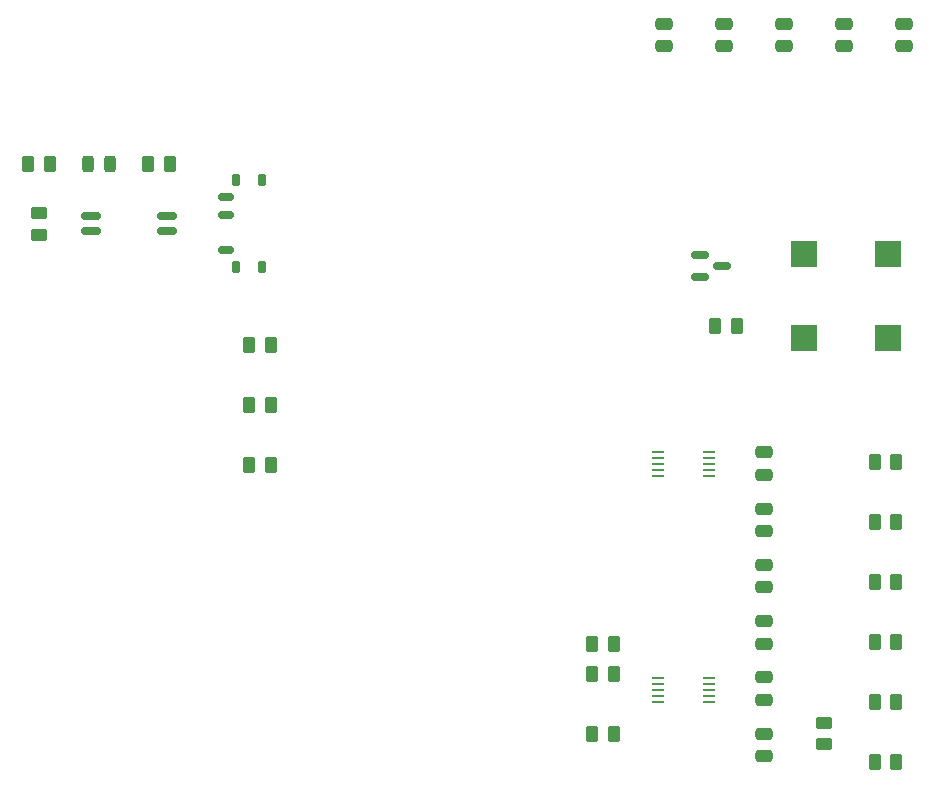
<source format=gbr>
%TF.GenerationSoftware,KiCad,Pcbnew,9.0.7*%
%TF.CreationDate,2026-02-19T00:21:54-06:00*%
%TF.ProjectId,low volt board - NL  S-3C-v2,6c6f7720-766f-46c7-9420-626f61726420,rev?*%
%TF.SameCoordinates,Original*%
%TF.FileFunction,Paste,Top*%
%TF.FilePolarity,Positive*%
%FSLAX46Y46*%
G04 Gerber Fmt 4.6, Leading zero omitted, Abs format (unit mm)*
G04 Created by KiCad (PCBNEW 9.0.7) date 2026-02-19 00:21:54*
%MOMM*%
%LPD*%
G01*
G04 APERTURE LIST*
G04 Aperture macros list*
%AMRoundRect*
0 Rectangle with rounded corners*
0 $1 Rounding radius*
0 $2 $3 $4 $5 $6 $7 $8 $9 X,Y pos of 4 corners*
0 Add a 4 corners polygon primitive as box body*
4,1,4,$2,$3,$4,$5,$6,$7,$8,$9,$2,$3,0*
0 Add four circle primitives for the rounded corners*
1,1,$1+$1,$2,$3*
1,1,$1+$1,$4,$5*
1,1,$1+$1,$6,$7*
1,1,$1+$1,$8,$9*
0 Add four rect primitives between the rounded corners*
20,1,$1+$1,$2,$3,$4,$5,0*
20,1,$1+$1,$4,$5,$6,$7,0*
20,1,$1+$1,$6,$7,$8,$9,0*
20,1,$1+$1,$8,$9,$2,$3,0*%
G04 Aperture macros list end*
%ADD10RoundRect,0.250000X0.262500X0.450000X-0.262500X0.450000X-0.262500X-0.450000X0.262500X-0.450000X0*%
%ADD11R,1.100000X0.250000*%
%ADD12RoundRect,0.250000X-0.262500X-0.450000X0.262500X-0.450000X0.262500X0.450000X-0.262500X0.450000X0*%
%ADD13RoundRect,0.243750X0.243750X0.456250X-0.243750X0.456250X-0.243750X-0.456250X0.243750X-0.456250X0*%
%ADD14RoundRect,0.250000X-0.475000X0.250000X-0.475000X-0.250000X0.475000X-0.250000X0.475000X0.250000X0*%
%ADD15RoundRect,0.150000X-0.587500X-0.150000X0.587500X-0.150000X0.587500X0.150000X-0.587500X0.150000X0*%
%ADD16RoundRect,0.250000X0.475000X-0.250000X0.475000X0.250000X-0.475000X0.250000X-0.475000X-0.250000X0*%
%ADD17RoundRect,0.250000X0.450000X-0.262500X0.450000X0.262500X-0.450000X0.262500X-0.450000X-0.262500X0*%
%ADD18RoundRect,0.150000X0.500000X-0.150000X0.500000X0.150000X-0.500000X0.150000X-0.500000X-0.150000X0*%
%ADD19RoundRect,0.175000X0.175000X-0.350000X0.175000X0.350000X-0.175000X0.350000X-0.175000X-0.350000X0*%
%ADD20RoundRect,0.150000X0.662500X0.150000X-0.662500X0.150000X-0.662500X-0.150000X0.662500X-0.150000X0*%
%ADD21RoundRect,0.250000X-0.450000X0.262500X-0.450000X-0.262500X0.450000X-0.262500X0.450000X0.262500X0*%
%ADD22R,2.300000X2.300000*%
G04 APERTURE END LIST*
D10*
%TO.C,R2-Throw-A1*%
X90720000Y-78830000D03*
X88895000Y-78830000D03*
%TD*%
D11*
%TO.C,U1*%
X123500000Y-77726000D03*
X123500000Y-78226000D03*
X123500000Y-78726000D03*
X123500000Y-79226000D03*
X123500000Y-79726000D03*
X127800000Y-79726000D03*
X127800000Y-79226000D03*
X127800000Y-78726000D03*
X127800000Y-78226000D03*
X127800000Y-77726000D03*
%TD*%
D10*
%TO.C,R1-Buzzer1*%
X130202500Y-67090000D03*
X128377500Y-67090000D03*
%TD*%
D12*
%TO.C,R5*%
X117935000Y-93966000D03*
X119760000Y-93966000D03*
%TD*%
D13*
%TO.C,D1-Opto1*%
X77137500Y-53340000D03*
X75262500Y-53340000D03*
%TD*%
D10*
%TO.C,R3-ThrowB1*%
X90720000Y-68670000D03*
X88895000Y-68670000D03*
%TD*%
D12*
%TO.C,R18-A1-2*%
X141860000Y-83656000D03*
X143685000Y-83656000D03*
%TD*%
D10*
%TO.C,R9-A2-2*%
X143685000Y-93816000D03*
X141860000Y-93816000D03*
%TD*%
D14*
%TO.C,C4-3v1*%
X129090000Y-41500000D03*
X129090000Y-43400000D03*
%TD*%
D10*
%TO.C,R8-A2-1*%
X143685000Y-98896000D03*
X141860000Y-98896000D03*
%TD*%
D15*
%TO.C,Q1-Buzzer1*%
X127082500Y-61060000D03*
X127082500Y-62960000D03*
X128957500Y-62010000D03*
%TD*%
D12*
%TO.C,R7-SDA1*%
X117935000Y-101586000D03*
X119760000Y-101586000D03*
%TD*%
D16*
%TO.C,C2*%
X132520000Y-93962000D03*
X132520000Y-92062000D03*
%TD*%
D17*
%TO.C,R15-Purple1*%
X137600000Y-102498500D03*
X137600000Y-100673500D03*
%TD*%
D14*
%TO.C,C2-5v1*%
X144330000Y-41500000D03*
X144330000Y-43400000D03*
%TD*%
D18*
%TO.C,SW1*%
X86950000Y-60670000D03*
X86950000Y-57670000D03*
X86950000Y-56170000D03*
D19*
X87800000Y-62095000D03*
X90000000Y-62095000D03*
X87800000Y-54745000D03*
X90000000Y-54745000D03*
%TD*%
D16*
%TO.C,C3*%
X132520000Y-89200000D03*
X132520000Y-87300000D03*
%TD*%
%TO.C,C6*%
X132520000Y-103486000D03*
X132520000Y-101586000D03*
%TD*%
D14*
%TO.C,C5-3v1*%
X134170000Y-41500000D03*
X134170000Y-43400000D03*
%TD*%
%TO.C,C3-3v1*%
X124010000Y-41500000D03*
X124010000Y-43400000D03*
%TD*%
D20*
%TO.C,U3-Opto1*%
X81927500Y-59055000D03*
X81927500Y-57785000D03*
X75552500Y-57785000D03*
X75552500Y-59055000D03*
%TD*%
D21*
%TO.C,R13-Opto-GND1*%
X71120000Y-57515000D03*
X71120000Y-59340000D03*
%TD*%
D14*
%TO.C,C1-5v1*%
X139250000Y-41500000D03*
X139250000Y-43400000D03*
%TD*%
D12*
%TO.C,R16-A2-0*%
X141860000Y-103976000D03*
X143685000Y-103976000D03*
%TD*%
%TO.C,R10-A2-3*%
X141860000Y-88736000D03*
X143685000Y-88736000D03*
%TD*%
D22*
%TO.C,LS1-Buzzer1*%
X143000000Y-68100000D03*
X143000000Y-61000000D03*
X135900000Y-61000000D03*
X135900000Y-68100000D03*
%TD*%
D12*
%TO.C,R6-SCL1*%
X117935000Y-96506000D03*
X119760000Y-96506000D03*
%TD*%
%TO.C,R12-Opto-PullUp1*%
X70207500Y-53340000D03*
X72032500Y-53340000D03*
%TD*%
D16*
%TO.C,C4*%
X132520000Y-84438000D03*
X132520000Y-82538000D03*
%TD*%
D10*
%TO.C,R4-Common1*%
X90720000Y-73750000D03*
X88895000Y-73750000D03*
%TD*%
D16*
%TO.C,C5*%
X132520000Y-79676000D03*
X132520000Y-77776000D03*
%TD*%
D10*
%TO.C,R11-Opto-In1*%
X82192500Y-53340000D03*
X80367500Y-53340000D03*
%TD*%
D11*
%TO.C,U2*%
X123500000Y-96879700D03*
X123500000Y-97379700D03*
X123500000Y-97879700D03*
X123500000Y-98379700D03*
X123500000Y-98879700D03*
X127800000Y-98879700D03*
X127800000Y-98379700D03*
X127800000Y-97879700D03*
X127800000Y-97379700D03*
X127800000Y-96879700D03*
%TD*%
D12*
%TO.C,R17-A1-3*%
X141860000Y-78576000D03*
X143685000Y-78576000D03*
%TD*%
D14*
%TO.C,C1*%
X132520000Y-96824000D03*
X132520000Y-98724000D03*
%TD*%
M02*

</source>
